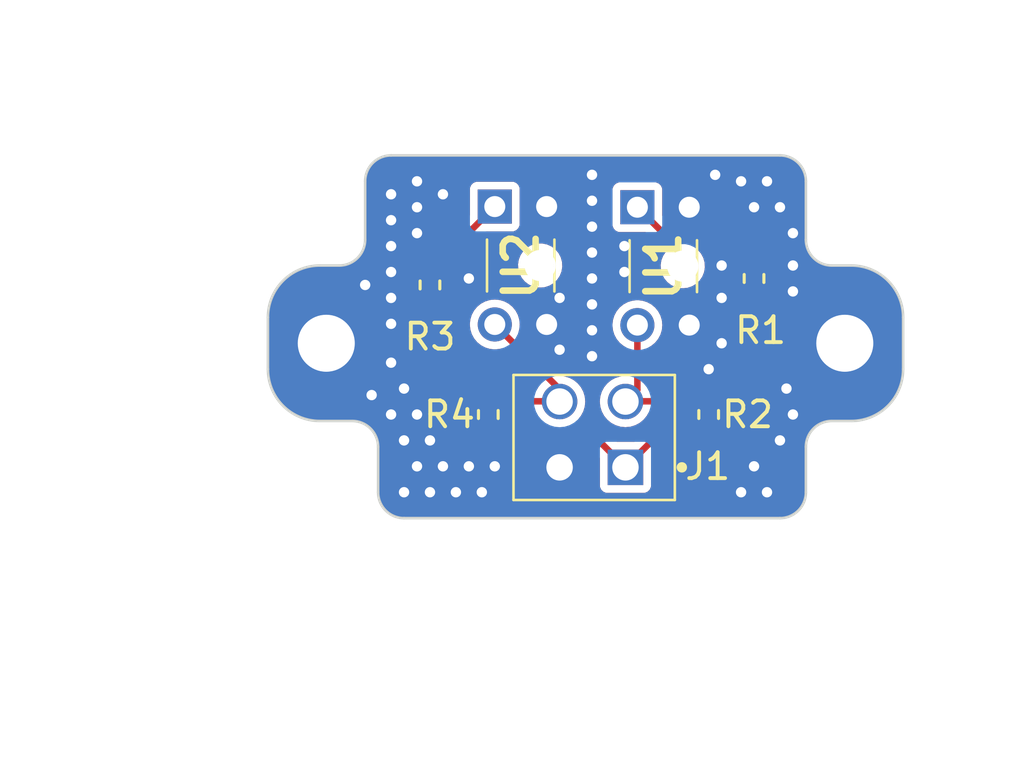
<source format=kicad_pcb>
(kicad_pcb (version 20221018) (generator pcbnew)
  (layers (0 "F.Cu" signal) (31 "B.Cu" power) (34 "B.Paste" user) (35 "F.Paste" user) (36 "B.SilkS" user "B.Silkscreen") (37 "F.SilkS" user "F.Silkscreen") (38 "B.Mask" user) (39 "F.Mask" user) (44 "Edge.Cuts" user))
  (net 0 "")
  (net 1 "/ENC1")
  (net 2 "/ENC2")
  (net 3 "+5V")
  (net 4 "GND")
  (net 5 "Net-(U1-ANODE)")
  (net 6 "Net-(U2-ANODE)")
  (footprint "Resistor_SMD:R_0402_1005Metric" (layer "F.Cu") (at 153.5 105.25 90)
    (fp_text reference "R1" (at -2 0.25 180) (layer "F.SilkS"))
    (fp_text value "1k")
    (fp_line (start -0.153641 -0.38) (end 0.153641 -0.38) (stroke (width 0.12)) (layer "F.SilkS"))
    (fp_line (start -0.153641 0.38) (end 0.153641 0.38) (stroke (width 0.12)) (layer "F.SilkS"))
    (pad "1" smd roundrect (at -0.51 0 90) (size 0.54 0.64) (layers "F.Cu" "F.Paste" "F.Mask") (net 3 "+5V"))
    (pad "2" smd roundrect (at 0.51 0 90) (size 0.54 0.64) (layers "F.Cu" "F.Paste" "F.Mask") (net 5 "Net-(U1-ANODE)"))
  )
  (footprint "SSQ-102-02-T-D-RA:SAMTEC_SSQ-102-02-T-D-RA" (layer "F.Cu") (at 147.27 111.26 180)
    (fp_text reference "J1" (at -4.445 -1.24) (layer "F.SilkS"))
    (fp_text value "SSQ-102-02-T-D-RA")
    (fp_line (start -3.175 -2.54) (end -3.175 2.286) (stroke (width 0.1)) (layer "F.SilkS"))
    (fp_line (start -3.175 2.286) (end 3.048 2.286) (stroke (width 0.1)) (layer "F.SilkS"))
    (fp_line (start 3.048 -2.54) (end -3.175 -2.54) (stroke (width 0.1)) (layer "F.SilkS"))
    (fp_line (start 3.048 2.286) (end 3.048 -2.54) (stroke (width 0.1)) (layer "F.SilkS"))
    (fp_circle (center -3.445 -1.28) (end -3.345 -1.28) (stroke (width 0.2)) (fill none) (layer "F.SilkS"))
    (pad "01" thru_hole rect (at -1.27 -1.28 180) (size 1.37 1.37) (drill 1.02) (layers "*.Cu" "*.Mask") (net 3 "+5V"))
    (pad "02" thru_hole circle (at -1.27 1.26 180) (size 1.37 1.37) (drill 1.02) (layers "*.Cu" "*.Mask") (net 1 "/ENC1"))
    (pad "03" thru_hole circle (at 1.27 -1.28 180) (size 1.37 1.37) (drill 1.02) (layers "*.Cu" "*.Mask") (net 4 "GND"))
    (pad "04" thru_hole circle (at 1.27 1.26 180) (size 1.37 1.37) (drill 1.02) (layers "*.Cu" "*.Mask") (net 2 "/ENC2"))
  )
  (footprint "MountingHole:MountingHole_2.2mm_M2_ISO7380_Pad_TopBottom" (layer "F.Cu") (at 157 107.75)
    (fp_text reference "H1" hide)
    (fp_text value "MountingHole_Pad")
    (pad "1" thru_hole circle (at 0 0) (size 2.6 2.6) (drill 2.2) (layers "*.Cu" "*.Mask") (net 4 "GND"))
    (pad "1" connect circle (at 0 0) (size 3.5 3.5) (layers "F.Cu" "F.Mask") (net 4 "GND"))
    (pad "1" connect circle (at 0 0) (size 3.5 3.5) (layers "B.Cu" "B.Mask") (net 4 "GND"))
  )
  (footprint "GP1S094HCZ0F:GP1S094HCZ0F" (layer "F.Cu") (at 149 102.5 90)
    (fp_text reference "U1" (at -2.275 1 90) (layer "F.SilkS") (effects (font (size 1.27 1.27) (thickness 0.254))))
    (fp_text value "GP1S094HCZ0F" hide)
    (fp_line (start -3.275 -0.3) (end -1.275 -0.3) (stroke (width 0.1)) (layer "F.SilkS"))
    (fp_line (start -3.275 2.3) (end -1.275 2.3) (stroke (width 0.1)) (layer "F.SilkS"))
    (pad "" np_thru_hole circle (at -2.275 1.75 90) (size 1.2 1.2) (drill 1.2) (layers "*.Cu" "*.Mask"))
    (pad "1" thru_hole rect (at 0 0 90) (size 1.316 1.316) (drill 0.81) (layers "*.Cu" "*.Mask") (net 5 "Net-(U1-ANODE)"))
    (pad "2" thru_hole circle (at -4.55 0 90) (size 1.316 1.316) (drill 0.81) (layers "*.Cu" "*.Mask") (net 1 "/ENC1"))
    (pad "3" thru_hole circle (at -4.55 2 90) (size 1.316 1.316) (drill 0.81) (layers "*.Cu" "*.Mask") (net 4 "GND"))
    (pad "4" thru_hole circle (at 0 2 90) (size 1.316 1.316) (drill 0.81) (layers "*.Cu" "*.Mask") (net 4 "GND"))
  )
  (footprint "Resistor_SMD:R_0402_1005Metric" (layer "F.Cu") (at 143.25 110.5 90)
    (fp_text reference "R4" (at 0 -1.5 180) (layer "F.SilkS"))
    (fp_text value "1k")
    (fp_line (start -0.153641 -0.38) (end 0.153641 -0.38) (stroke (width 0.12)) (layer "F.SilkS"))
    (fp_line (start -0.153641 0.38) (end 0.153641 0.38) (stroke (width 0.12)) (layer "F.SilkS"))
    (pad "1" smd roundrect (at -0.51 0 90) (size 0.54 0.64) (layers "F.Cu" "F.Paste" "F.Mask") (net 3 "+5V"))
    (pad "2" smd roundrect (at 0.51 0 90) (size 0.54 0.64) (layers "F.Cu" "F.Paste" "F.Mask") (net 2 "/ENC2"))
  )
  (footprint "GP1S094HCZ0F:GP1S094HCZ0F" (layer "F.Cu") (at 143.5 102.475 90)
    (fp_text reference "U2" (at -2.275 1 90) (layer "F.SilkS") (effects (font (size 1.27 1.27) (thickness 0.254))))
    (fp_text value "GP1S094HCZ0F" hide)
    (fp_line (start -3.275 -0.3) (end -1.275 -0.3) (stroke (width 0.1)) (layer "F.SilkS"))
    (fp_line (start -3.275 2.3) (end -1.275 2.3) (stroke (width 0.1)) (layer "F.SilkS"))
    (pad "" np_thru_hole circle (at -2.275 1.75 90) (size 1.2 1.2) (drill 1.2) (layers "*.Cu" "*.Mask"))
    (pad "1" thru_hole rect (at 0 0 90) (size 1.316 1.316) (drill 0.81) (layers "*.Cu" "*.Mask") (net 6 "Net-(U2-ANODE)"))
    (pad "2" thru_hole circle (at -4.55 0 90) (size 1.316 1.316) (drill 0.81) (layers "*.Cu" "*.Mask") (net 2 "/ENC2"))
    (pad "3" thru_hole circle (at -4.55 2 90) (size 1.316 1.316) (drill 0.81) (layers "*.Cu" "*.Mask") (net 4 "GND"))
    (pad "4" thru_hole circle (at 0 2 90) (size 1.316 1.316) (drill 0.81) (layers "*.Cu" "*.Mask") (net 4 "GND"))
  )
  (footprint "MountingHole:MountingHole_2.2mm_M2_ISO7380_Pad_TopBottom" (layer "F.Cu") (at 137 107.75)
    (fp_text reference "H2" hide)
    (fp_text value "MountingHole_Pad")
    (pad "1" thru_hole circle (at 0 0) (size 2.6 2.6) (drill 2.2) (layers "*.Cu" "*.Mask") (net 4 "GND"))
    (pad "1" connect circle (at 0 0) (size 3.5 3.5) (layers "F.Cu" "F.Mask") (net 4 "GND"))
    (pad "1" connect circle (at 0 0) (size 3.5 3.5) (layers "B.Cu" "B.Mask") (net 4 "GND"))
  )
  (footprint "Resistor_SMD:R_0402_1005Metric" (layer "F.Cu") (at 141 105.5 90)
    (fp_text reference "R3" (at -2 0 180) (layer "F.SilkS"))
    (fp_text value "1k")
    (fp_line (start -0.153641 -0.38) (end 0.153641 -0.38) (stroke (width 0.12)) (layer "F.SilkS"))
    (fp_line (start -0.153641 0.38) (end 0.153641 0.38) (stroke (width 0.12)) (layer "F.SilkS"))
    (pad "1" smd roundrect (at -0.51 0 90) (size 0.54 0.64) (layers "F.Cu" "F.Paste" "F.Mask") (net 3 "+5V"))
    (pad "2" smd roundrect (at 0.51 0 90) (size 0.54 0.64) (layers "F.Cu" "F.Paste" "F.Mask") (net 6 "Net-(U2-ANODE)"))
  )
  (footprint "Resistor_SMD:R_0402_1005Metric" (layer "F.Cu") (at 151.75 110.5 90)
    (fp_text reference "R2" (at 0 1.5 180) (layer "F.SilkS"))
    (fp_text value "1k")
    (fp_line (start -0.153641 -0.38) (end 0.153641 -0.38) (stroke (width 0.12)) (layer "F.SilkS"))
    (fp_line (start -0.153641 0.38) (end 0.153641 0.38) (stroke (width 0.12)) (layer "F.SilkS"))
    (pad "1" smd roundrect (at -0.51 0 90) (size 0.54 0.64) (layers "F.Cu" "F.Paste" "F.Mask") (net 3 "+5V"))
    (pad "2" smd roundrect (at 0.51 0 90) (size 0.54 0.64) (layers "F.Cu" "F.Paste" "F.Mask") (net 1 "/ENC1"))
  )
  (gr_arc (start 140 114.5) (mid 139.292893 114.207107) (end 139 113.5) (stroke (width 0.1)) (layer "Edge.Cuts"))
  (gr_line (start 134.75 108.75) (end 134.75 106.75) (stroke (width 0.1)) (layer "Edge.Cuts"))
  (gr_arc (start 155.5 111.75) (mid 155.792893 111.042893) (end 156.5 110.75) (stroke (width 0.1)) (layer "Edge.Cuts"))
  (gr_arc (start 134.75 106.75) (mid 135.335786 105.335786) (end 136.75 104.75) (stroke (width 0.1)) (layer "Edge.Cuts"))
  (gr_line (start 139 113.5) (end 139 111.75) (stroke (width 0.1)) (layer "Edge.Cuts"))
  (gr_line (start 155.5 101.5) (end 155.5 103.75) (stroke (width 0.1)) (layer "Edge.Cuts"))
  (gr_line (start 138.5 103.75) (end 138.5 101.5) (stroke (width 0.1)) (layer "Edge.Cuts"))
  (gr_line (start 140 114.5) (end 154.5 114.5) (stroke (width 0.1)) (layer "Edge.Cuts"))
  (gr_line (start 136.75 104.75) (end 137.5 104.75) (stroke (width 0.1)) (layer "Edge.Cuts"))
  (gr_arc (start 155.5 113.5) (mid 155.207107 114.207107) (end 154.5 114.5) (stroke (width 0.1)) (layer "Edge.Cuts"))
  (gr_arc (start 156.5 104.75) (mid 155.792893 104.457107) (end 155.5 103.75) (stroke (width 0.1)) (layer "Edge.Cuts"))
  (gr_arc (start 138 110.75) (mid 138.707107 111.042893) (end 139 111.75) (stroke (width 0.1)) (layer "Edge.Cuts"))
  (gr_line (start 156.5 110.75) (end 157.25 110.75) (stroke (width 0.1)) (layer "Edge.Cuts"))
  (gr_arc (start 136.75 110.75) (mid 135.335786 110.164214) (end 134.75 108.75) (stroke (width 0.1)) (layer "Edge.Cuts"))
  (gr_arc (start 154.5 100.5) (mid 155.207107 100.792893) (end 155.5 101.5) (stroke (width 0.1)) (layer "Edge.Cuts"))
  (gr_line (start 156.5 104.75) (end 157.25 104.75) (stroke (width 0.1)) (layer "Edge.Cuts"))
  (gr_line (start 155.5 113.5) (end 155.5 111.75) (stroke (width 0.1)) (layer "Edge.Cuts"))
  (gr_arc (start 157.25 104.75) (mid 158.664214 105.335786) (end 159.25 106.75) (stroke (width 0.1)) (layer "Edge.Cuts"))
  (gr_arc (start 138.5 101.5) (mid 138.792893 100.792893) (end 139.5 100.5) (stroke (width 0.1)) (layer "Edge.Cuts"))
  (gr_arc (start 138.5 103.75) (mid 138.207107 104.457107) (end 137.5 104.75) (stroke (width 0.1)) (layer "Edge.Cuts"))
  (gr_line (start 159.25 108.75) (end 159.25 106.75) (stroke (width 0.1)) (layer "Edge.Cuts"))
  (gr_line (start 136.75 110.75) (end 138 110.75) (stroke (width 0.1)) (layer "Edge.Cuts"))
  (gr_arc (start 159.25 108.75) (mid 158.664214 110.164214) (end 157.25 110.75) (stroke (width 0.1)) (layer "Edge.Cuts"))
  (gr_line (start 139.5 100.5) (end 154.5 100.5) (stroke (width 0.1)) (layer "Edge.Cuts"))
  (segment (start 149 107.05) (end 149 109.54) (width 0.25) (layer "F.Cu") (net 1))
  (segment (start 149 109.54) (end 148.54 110) (width 0.25) (layer "F.Cu") (net 1))
  (segment (start 148.55 109.99) (end 148.54 110) (width 0.25) (layer "F.Cu") (net 1))
  (segment (start 151.75 109.99) (end 148.55 109.99) (width 0.25) (layer "F.Cu") (net 1))
  (segment (start 143.25 109.99) (end 145.99 109.99) (width 0.25) (layer "F.Cu") (net 2))
  (segment (start 143.5 107.025) (end 146 109.525) (width 0.25) (layer "F.Cu") (net 2))
  (segment (start 145.975 110) (end 146 110) (width 0.25) (layer "F.Cu") (net 2))
  (segment (start 145.99 109.99) (end 146 110) (width 0.25) (layer "F.Cu") (net 2))
  (segment (start 146 109.525) (end 146 110) (width 0.25) (layer "F.Cu") (net 2))
  (segment (start 151.75 111.01) (end 150.07 111.01) (width 0.25) (layer "F.Cu") (net 3))
  (segment (start 152.24 111.01) (end 151.75 111.01) (width 0.25) (layer "F.Cu") (net 3))
  (segment (start 141 106.01) (end 141 108.76) (width 0.25) (layer "F.Cu") (net 3))
  (segment (start 147.25 111.25) (end 148.54 112.54) (width 0.25) (layer "F.Cu") (net 3))
  (segment (start 141 108.76) (end 143.25 111.01) (width 0.25) (layer "F.Cu") (net 3))
  (segment (start 144.5 111.25) (end 147.25 111.25) (width 0.25) (layer "F.Cu") (net 3))
  (segment (start 144.26 111.01) (end 144.5 111.25) (width 0.25) (layer "F.Cu") (net 3))
  (segment (start 153.5 109.75) (end 152.24 111.01) (width 0.25) (layer "F.Cu") (net 3))
  (segment (start 153.5 105.76) (end 153.5 109.75) (width 0.25) (layer "F.Cu") (net 3))
  (segment (start 143.25 111.01) (end 144.26 111.01) (width 0.25) (layer "F.Cu") (net 3))
  (segment (start 150.07 111.01) (end 148.54 112.54) (width 0.25) (layer "F.Cu") (net 3))
  (via (at 139.5 102) (size 0.8) (drill 0.4) (layers "F.Cu" "B.Cu") (net 4))
  (via (at 155 110.5) (size 0.8) (drill 0.4) (layers "F.Cu" "B.Cu") (net 4))
  (via (at 143.5 112.5) (size 0.8) (drill 0.4) (layers "F.Cu" "B.Cu") (net 4))
  (via (at 142.5 112.5) (size 0.8) (drill 0.4) (layers "F.Cu" "B.Cu") (net 4))
  (via (at 147.25 103.25) (size 0.8) (drill 0.4) (layers "F.Cu" "B.Cu") (net 4))
  (via (at 143 113.5) (size 0.8) (drill 0.4) (layers "F.Cu" "B.Cu") (net 4))
  (via (at 148.5 104) (size 0.8) (drill 0.4) (layers "F.Cu" "B.Cu") (net 4))
  (via (at 139.5 106) (size 0.8) (drill 0.4) (layers "F.Cu" "B.Cu") (net 4))
  (via (at 140 111.5) (size 0.8) (drill 0.4) (layers "F.Cu" "B.Cu") (net 4))
  (via (at 140.5 110.5) (size 0.8) (drill 0.4) (layers "F.Cu" "B.Cu") (net 4))
  (via (at 153 101.5) (size 0.8) (drill 0.4) (layers "F.Cu" "B.Cu") (net 4))
  (via (at 154.5 102.5) (size 0.8) (drill 0.4) (layers "F.Cu" "B.Cu") (net 4))
  (via (at 154 101.5) (size 0.8) (drill 0.4) (layers "F.Cu" "B.Cu") (net 4))
  (via (at 152 101.25) (size 0.8) (drill 0.4) (layers "F.Cu" "B.Cu") (net 4))
  (via (at 139.5 110.5) (size 0.8) (drill 0.4) (layers "F.Cu" "B.Cu") (net 4))
  (via (at 152.25 107.75) (size 0.8) (drill 0.4) (layers "F.Cu" "B.Cu") (net 4))
  (via (at 139.5 105) (size 0.8) (drill 0.4) (layers "F.Cu" "B.Cu") (net 4))
  (via (at 142.5 105.25) (size 0.8) (drill 0.4) (layers "F.Cu" "B.Cu") (net 4))
  (via (at 147.25 108.25) (size 0.8) (drill 0.4) (layers "F.Cu" "B.Cu") (net 4))
  (via (at 140.5 102.5) (size 0.8) (drill 0.4) (layers "F.Cu" "B.Cu") (net 4))
  (via (at 155 104.75) (size 0.8) (drill 0.4) (layers "F.Cu" "B.Cu") (net 4))
  (via (at 139.5 107) (size 0.8) (drill 0.4) (layers "F.Cu" "B.Cu") (net 4))
  (via (at 146 106) (size 0.8) (drill 0.4) (layers "F.Cu" "B.Cu") (net 4))
  (via (at 140.5 101.5) (size 0.8) (drill 0.4) (layers "F.Cu" "B.Cu") (net 4))
  (via (at 152.25 104.75) (size 0.8) (drill 0.4) (layers "F.Cu" "B.Cu") (net 4))
  (via (at 138.5 105.5) (size 0.8) (drill 0.4) (layers "F.Cu" "B.Cu") (net 4))
  (via (at 155 103.5) (size 0.8) (drill 0.4) (layers "F.Cu" "B.Cu") (net 4))
  (via (at 141 113.5) (size 0.8) (drill 0.4) (layers "F.Cu" "B.Cu") (net 4))
  (via (at 147.25 102.25) (size 0.8) (drill 0.4) (layers "F.Cu" "B.Cu") (net 4))
  (via (at 140 109.5) (size 0.8) (drill 0.4) (layers "F.Cu" "B.Cu") (net 4))
  (via (at 147.25 106.25) (size 0.8) (drill 0.4) (layers "F.Cu" "B.Cu") (net 4))
  (via (at 141 111.5) (size 0.8) (drill 0.4) (layers "F.Cu" "B.Cu") (net 4))
  (via (at 139.5 104) (size 0.8) (drill 0.4) (layers "F.Cu" "B.Cu") (net 4))
  (via (at 140.5 112.5) (size 0.8) (drill 0.4) (layers "F.Cu" "B.Cu") (net 4))
  (via (at 147.25 101.25) (size 0.8) (drill 0.4) (layers "F.Cu" "B.Cu") (net 4))
  (via (at 147.25 105.25) (size 0.8) (drill 0.4) (layers "F.Cu" "B.Cu") (net 4))
  (via (at 139.5 108.5) (size 0.8) (drill 0.4) (layers "F.Cu" "B.Cu") (net 4))
  (via (at 148.5 105) (size 0.8) (drill 0.4) (layers "F.Cu" "B.Cu") (net 4))
  (via (at 146 108) (size 0.8) (drill 0.4) (layers "F.Cu" "B.Cu") (net 4))
  (via (at 153 113.5) (size 0.8) (drill 0.4) (layers "F.Cu" "B.Cu") (net 4))
  (via (at 142 113.5) (size 0.8) (drill 0.4) (layers "F.Cu" "B.Cu") (net 4))
  (via (at 141.5 102) (size 0.8) (drill 0.4) (layers "F.Cu" "B.Cu") (net 4))
  (via (at 141.5 112.5) (size 0.8) (drill 0.4) (layers "F.Cu" "B.Cu") (net 4))
  (via (at 140 113.5) (size 0.8) (drill 0.4) (layers "F.Cu" "B.Cu") (net 4))
  (via (at 155 105.75) (size 0.8) (drill 0.4) (layers "F.Cu" "B.Cu") (net 4))
  (via (at 154.5 111.5) (size 0.8) (drill 0.4) (layers "F.Cu" "B.Cu") (net 4))
  (via (at 138.75 109.75) (size 0.8) (drill 0.4) (layers "F.Cu" "B.Cu") (net 4))
  (via (at 152.25 106) (size 0.8) (drill 0.4) (layers "F.Cu" "B.Cu") (net 4))
  (via (at 147.25 107.25) (size 0.8) (drill 0.4) (layers "F.Cu" "B.Cu") (net 4))
  (via (at 140.5 103.5) (size 0.8) (drill 0.4) (layers "F.Cu" "B.Cu") (net 4))
  (via (at 151.75 108.75) (size 0.8) (drill 0.4) (layers "F.Cu" "B.Cu") (net 4))
  (via (at 154 113.5) (size 0.8) (drill 0.4) (layers "F.Cu" "B.Cu") (net 4))
  (via (at 147.25 104.25) (size 0.8) (drill 0.4) (layers "F.Cu" "B.Cu") (net 4))
  (via (at 154.75 109.5) (size 0.8) (drill 0.4) (layers "F.Cu" "B.Cu") (net 4))
  (via (at 153.5 112.5) (size 0.8) (drill 0.4) (layers "F.Cu" "B.Cu") (net 4))
  (via (at 153.5 102.5) (size 0.8) (drill 0.4) (layers "F.Cu" "B.Cu") (net 4))
  (via (at 139.5 103) (size 0.8) (drill 0.4) (layers "F.Cu" "B.Cu") (net 4))
  (segment (start 150 103.5) (end 149 102.5) (width 0.25) (layer "F.Cu") (net 5))
  (segment (start 153.5 104.5) (end 152.5 103.5) (width 0.25) (layer "F.Cu") (net 5))
  (segment (start 153.5 104.74) (end 153.5 104.5) (width 0.25) (layer "F.Cu") (net 5))
  (segment (start 152.5 103.5) (end 150 103.5) (width 0.25) (layer "F.Cu") (net 5))
  (segment (start 141 104.975) (end 141 104.99) (width 0.25) (layer "F.Cu") (net 6))
  (segment (start 143.5 102.475) (end 141 104.975) (width 0.25) (layer "F.Cu") (net 6))
  (zone (net 4) (net_name "GND") (layers "F&B.Cu") (name "GND") (priority 1) (connect_pads yes (clearance 0.3)) (min_thickness 0.25) (fill yes (thermal_gap 0.5) (thermal_bridge_width 0.5))
    (polygon (pts (xy 134.75 100.5) (xy 159.25 100.5) (xy 159.25 114.5) (xy 134.75 114.5)))
  )
)
</source>
